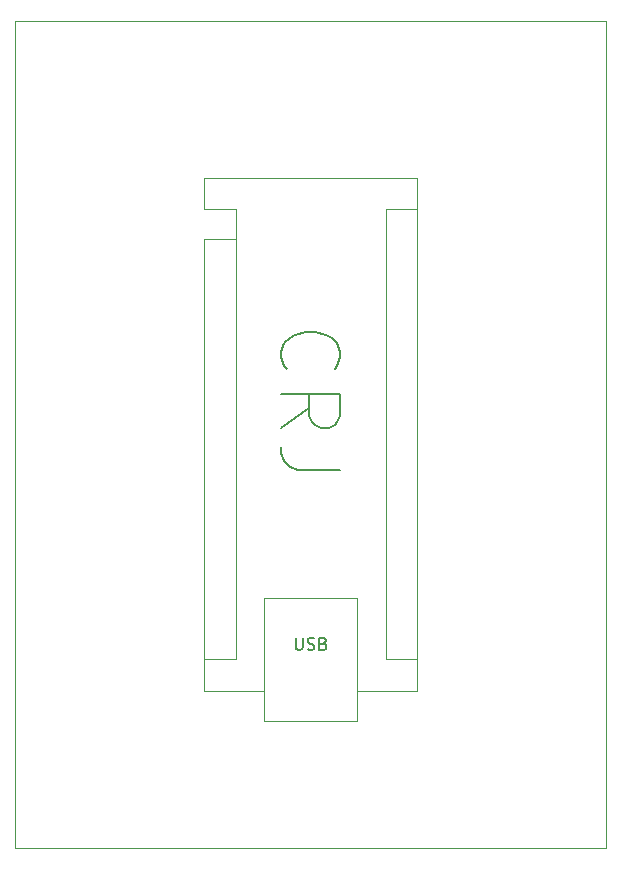
<source format=gbr>
%TF.GenerationSoftware,KiCad,Pcbnew,9.0.0*%
%TF.CreationDate,2025-10-27T21:43:03+01:00*%
%TF.ProjectId,nano breakout,6e616e6f-2062-4726-9561-6b6f75742e6b,rev?*%
%TF.SameCoordinates,Original*%
%TF.FileFunction,Legend,Top*%
%TF.FilePolarity,Positive*%
%FSLAX46Y46*%
G04 Gerber Fmt 4.6, Leading zero omitted, Abs format (unit mm)*
G04 Created by KiCad (PCBNEW 9.0.0) date 2025-10-27 21:43:03*
%MOMM*%
%LPD*%
G01*
G04 APERTURE LIST*
%ADD10C,0.200000*%
%ADD11C,0.150000*%
%ADD12C,0.120000*%
%ADD13C,0.100000*%
G04 APERTURE END LIST*
D10*
X154598495Y-78179197D02*
X154360400Y-77941101D01*
X154360400Y-77941101D02*
X154122304Y-77226816D01*
X154122304Y-77226816D02*
X154122304Y-76750625D01*
X154122304Y-76750625D02*
X154360400Y-76036339D01*
X154360400Y-76036339D02*
X154836590Y-75560149D01*
X154836590Y-75560149D02*
X155312780Y-75322054D01*
X155312780Y-75322054D02*
X156265161Y-75083958D01*
X156265161Y-75083958D02*
X156979447Y-75083958D01*
X156979447Y-75083958D02*
X157931828Y-75322054D01*
X157931828Y-75322054D02*
X158408019Y-75560149D01*
X158408019Y-75560149D02*
X158884209Y-76036339D01*
X158884209Y-76036339D02*
X159122304Y-76750625D01*
X159122304Y-76750625D02*
X159122304Y-77226816D01*
X159122304Y-77226816D02*
X158884209Y-77941101D01*
X158884209Y-77941101D02*
X158646114Y-78179197D01*
X154122304Y-83179197D02*
X156503257Y-81512530D01*
X154122304Y-80322054D02*
X159122304Y-80322054D01*
X159122304Y-80322054D02*
X159122304Y-82226816D01*
X159122304Y-82226816D02*
X158884209Y-82703006D01*
X158884209Y-82703006D02*
X158646114Y-82941101D01*
X158646114Y-82941101D02*
X158169923Y-83179197D01*
X158169923Y-83179197D02*
X157455638Y-83179197D01*
X157455638Y-83179197D02*
X156979447Y-82941101D01*
X156979447Y-82941101D02*
X156741352Y-82703006D01*
X156741352Y-82703006D02*
X156503257Y-82226816D01*
X156503257Y-82226816D02*
X156503257Y-80322054D01*
X159122304Y-86750625D02*
X155550876Y-86750625D01*
X155550876Y-86750625D02*
X154836590Y-86512530D01*
X154836590Y-86512530D02*
X154360400Y-86036339D01*
X154360400Y-86036339D02*
X154122304Y-85322054D01*
X154122304Y-85322054D02*
X154122304Y-84845863D01*
D11*
X155358095Y-100984819D02*
X155358095Y-101794342D01*
X155358095Y-101794342D02*
X155405714Y-101889580D01*
X155405714Y-101889580D02*
X155453333Y-101937200D01*
X155453333Y-101937200D02*
X155548571Y-101984819D01*
X155548571Y-101984819D02*
X155739047Y-101984819D01*
X155739047Y-101984819D02*
X155834285Y-101937200D01*
X155834285Y-101937200D02*
X155881904Y-101889580D01*
X155881904Y-101889580D02*
X155929523Y-101794342D01*
X155929523Y-101794342D02*
X155929523Y-100984819D01*
X156358095Y-101937200D02*
X156500952Y-101984819D01*
X156500952Y-101984819D02*
X156739047Y-101984819D01*
X156739047Y-101984819D02*
X156834285Y-101937200D01*
X156834285Y-101937200D02*
X156881904Y-101889580D01*
X156881904Y-101889580D02*
X156929523Y-101794342D01*
X156929523Y-101794342D02*
X156929523Y-101699104D01*
X156929523Y-101699104D02*
X156881904Y-101603866D01*
X156881904Y-101603866D02*
X156834285Y-101556247D01*
X156834285Y-101556247D02*
X156739047Y-101508628D01*
X156739047Y-101508628D02*
X156548571Y-101461009D01*
X156548571Y-101461009D02*
X156453333Y-101413390D01*
X156453333Y-101413390D02*
X156405714Y-101365771D01*
X156405714Y-101365771D02*
X156358095Y-101270533D01*
X156358095Y-101270533D02*
X156358095Y-101175295D01*
X156358095Y-101175295D02*
X156405714Y-101080057D01*
X156405714Y-101080057D02*
X156453333Y-101032438D01*
X156453333Y-101032438D02*
X156548571Y-100984819D01*
X156548571Y-100984819D02*
X156786666Y-100984819D01*
X156786666Y-100984819D02*
X156929523Y-101032438D01*
X157691428Y-101461009D02*
X157834285Y-101508628D01*
X157834285Y-101508628D02*
X157881904Y-101556247D01*
X157881904Y-101556247D02*
X157929523Y-101651485D01*
X157929523Y-101651485D02*
X157929523Y-101794342D01*
X157929523Y-101794342D02*
X157881904Y-101889580D01*
X157881904Y-101889580D02*
X157834285Y-101937200D01*
X157834285Y-101937200D02*
X157739047Y-101984819D01*
X157739047Y-101984819D02*
X157358095Y-101984819D01*
X157358095Y-101984819D02*
X157358095Y-100984819D01*
X157358095Y-100984819D02*
X157691428Y-100984819D01*
X157691428Y-100984819D02*
X157786666Y-101032438D01*
X157786666Y-101032438D02*
X157834285Y-101080057D01*
X157834285Y-101080057D02*
X157881904Y-101175295D01*
X157881904Y-101175295D02*
X157881904Y-101270533D01*
X157881904Y-101270533D02*
X157834285Y-101365771D01*
X157834285Y-101365771D02*
X157786666Y-101413390D01*
X157786666Y-101413390D02*
X157691428Y-101461009D01*
X157691428Y-101461009D02*
X157358095Y-101461009D01*
D12*
%TO.C,REF\u002A\u002A*%
X147600000Y-62030000D02*
X147600000Y-64700000D01*
X147600000Y-67240000D02*
X147600000Y-105470000D01*
X147600000Y-105470000D02*
X152680000Y-105470000D01*
X150270000Y-64700000D02*
X147600000Y-64700000D01*
X150270000Y-67240000D02*
X147600000Y-67240000D01*
X150270000Y-67240000D02*
X150270000Y-64700000D01*
X150270000Y-67240000D02*
X150270000Y-102800000D01*
X150270000Y-102800000D02*
X147600000Y-102800000D01*
X152680000Y-97590000D02*
X160560000Y-97590000D01*
X152680000Y-108010000D02*
X152680000Y-97590000D01*
X160560000Y-97590000D02*
X160560000Y-108010000D01*
X160560000Y-108010000D02*
X152680000Y-108010000D01*
X162970000Y-64700000D02*
X162970000Y-102800000D01*
X162970000Y-64700000D02*
X165640000Y-64700000D01*
X162970000Y-102800000D02*
X165640000Y-102800000D01*
X165640000Y-62030000D02*
X147600000Y-62030000D01*
X165640000Y-105470000D02*
X160560000Y-105470000D01*
X165640000Y-105470000D02*
X165640000Y-62030000D01*
D13*
X131620000Y-48749625D02*
X181620000Y-48749625D01*
X181620000Y-118749625D01*
X131620000Y-118749625D01*
X131620000Y-48749625D01*
%TD*%
M02*

</source>
